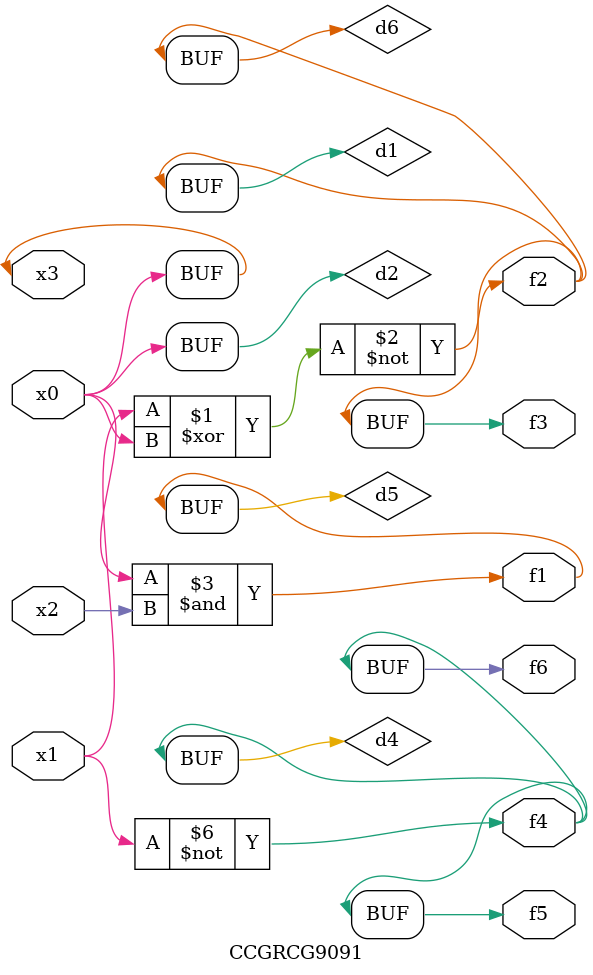
<source format=v>
module CCGRCG9091(
	input x0, x1, x2, x3,
	output f1, f2, f3, f4, f5, f6
);

	wire d1, d2, d3, d4, d5, d6;

	xnor (d1, x1, x3);
	buf (d2, x0, x3);
	nand (d3, x0, x2);
	not (d4, x1);
	nand (d5, d3);
	or (d6, d1);
	assign f1 = d5;
	assign f2 = d6;
	assign f3 = d6;
	assign f4 = d4;
	assign f5 = d4;
	assign f6 = d4;
endmodule

</source>
